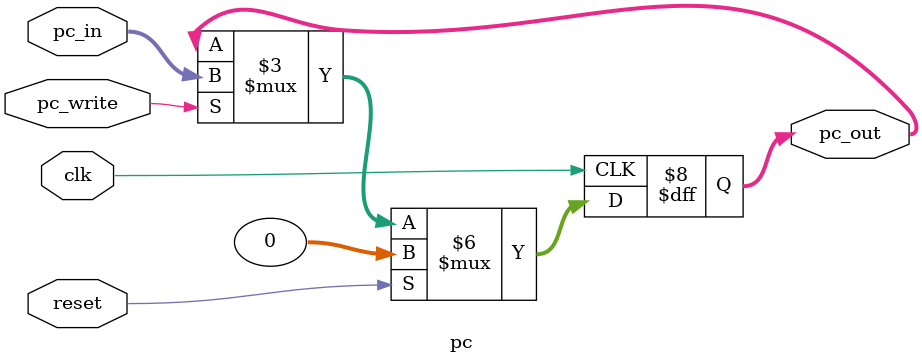
<source format=sv>
`timescale 1ns/1ps

module pc #(reset_pc = 32'h00000000) (clk, reset, pc_write, pc_in, pc_out);
    input logic clk, reset, pc_write;
    input logic [31:0] pc_in;
    output logic [31:0] pc_out;

    always_ff @(posedge clk) begin
        if (reset) begin
            pc_out <= reset_pc;
        end else begin
            if (pc_write) begin
                pc_out <= pc_in;
            end else begin
                pc_out <= pc_out;
            end
        end
    end
endmodule
</source>
